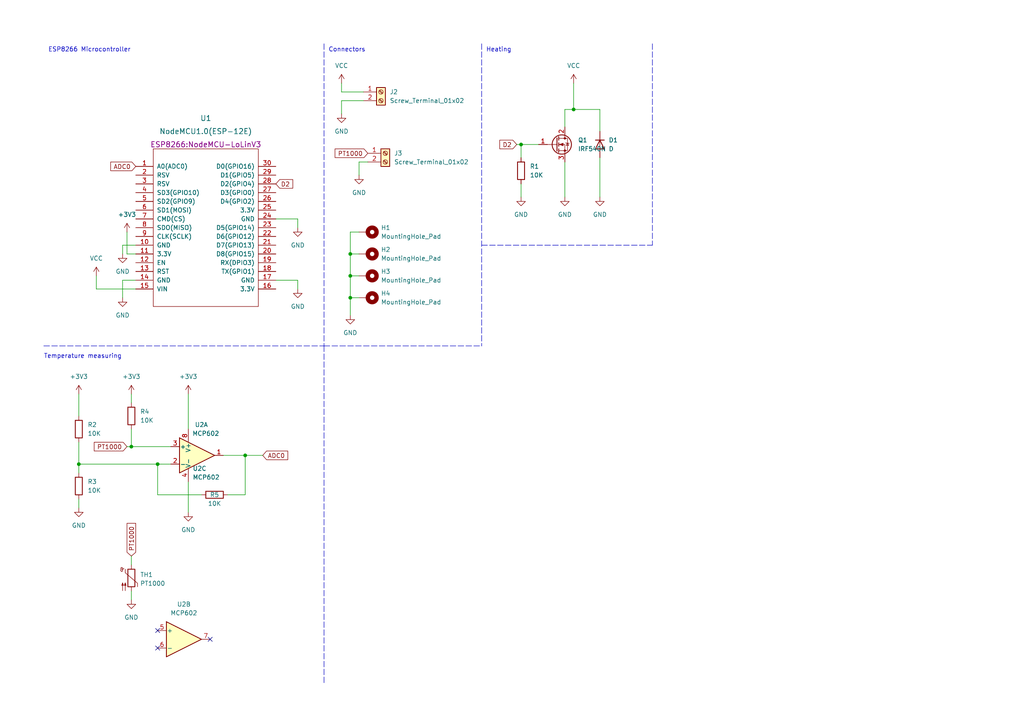
<source format=kicad_sch>
(kicad_sch (version 20211123) (generator eeschema)
  (paper "A4")
  (lib_symbols
    (symbol "Amplifier_Operational:MCP602" (pin_names (offset 0.127))
      (property "Reference" "U" (at 0 5.08 0))
      (property "Value" "MCP602" (at 0 -5.08 0))
      (symbol "MCP602_1_1"
        (polyline (pts (xy -5.08 5.08) (xy 5.08 0) (xy -5.08 -5.08) (xy -5.08 5.08)) (stroke (width 0.254)) (fill (type background)))
        (pin output line (at 7.62 0 180) (length 2.54) (name "~") (number "1"))
        (pin input line (at -7.62 -2.54 0) (length 2.54) (name "-") (number "2"))
        (pin input line (at -7.62 2.54 0) (length 2.54) (name "+") (number "3"))
      )
      (symbol "MCP602_2_1"
        (polyline (pts (xy -5.08 5.08) (xy 5.08 0) (xy -5.08 -5.08) (xy -5.08 5.08)) (stroke (width 0.254)) (fill (type background)))
        (pin input line (at -7.62 2.54 0) (length 2.54) (name "+") (number "5"))
        (pin input line (at -7.62 -2.54 0) (length 2.54) (name "-") (number "6"))
        (pin output line (at 7.62 0 180) (length 2.54) (name "~") (number "7"))
      )
      (symbol "MCP602_3_1"
        (pin power_in line (at -2.54 -7.62 90) (length 3.81) (name "V-") (number "4"))
        (pin power_in line (at -2.54 7.62 270) (length 3.81) (name "V+") (number "8"))
      )
    )
    (symbol "Connector:Screw_Terminal_01x02" (pin_names (offset 1.016) hide)
      (property "Reference" "J" (at 0 2.54 0))
      (property "Value" "Screw_Terminal_01x02" (at 0 -5.08 0))
      (symbol "Screw_Terminal_01x02_1_1"
        (rectangle (start -1.27 1.27) (end 1.27 -3.81) (stroke (width 0.254)) (fill (type background)))
        (circle (center 0 -2.54) (radius 0.635) (stroke (width 0.1524)))
        (polyline (pts (xy -0.5334 -2.2098) (xy 0.3302 -3.048)) (stroke (width 0.1524)))
        (polyline (pts (xy -0.5334 0.3302) (xy 0.3302 -0.508)) (stroke (width 0.1524)))
        (polyline (pts (xy -0.3556 -2.032) (xy 0.508 -2.8702)) (stroke (width 0.1524)))
        (polyline (pts (xy -0.3556 0.508) (xy 0.508 -0.3302)) (stroke (width 0.1524)))
        (circle (center 0 0) (radius 0.635) (stroke (width 0.1524)))
        (pin passive line (at -5.08 0 0) (length 3.81) (name "Pin_1") (number "1"))
        (pin passive line (at -5.08 -2.54 0) (length 3.81) (name "Pin_2") (number "2"))
      )
    )
    (symbol "Device:D" (pin_numbers hide) (pin_names (offset 1.016) hide)
      (property "Reference" "D" (at 0 2.54 0))
      (property "Value" "D" (at 0 -2.54 0))
      (symbol "D_0_1"
        (polyline (pts (xy -1.27 1.27) (xy -1.27 -1.27)) (stroke (width 0.254)))
        (polyline (pts (xy 1.27 0) (xy -1.27 0)))
        (polyline (pts (xy 1.27 1.27) (xy 1.27 -1.27) (xy -1.27 0) (xy 1.27 1.27)) (stroke (width 0.254)))
      )
      (symbol "D_1_1"
        (pin passive line (at -3.81 0 0) (length 2.54) (name "K") (number "1"))
        (pin passive line (at 3.81 0 180) (length 2.54) (name "A") (number "2"))
      )
    )
    (symbol "Device:R" (pin_numbers hide) (pin_names (offset 0))
      (property "Reference" "R" (at 2.032 0 90))
      (property "Value" "R" (at 0 0 90))
      (symbol "R_0_1"
        (rectangle (start -1.016 -2.54) (end 1.016 2.54) (stroke (width 0.254)))
      )
      (symbol "R_1_1"
        (pin passive line (at 0 3.81 270) (length 1.27) (name "~") (number "1"))
        (pin passive line (at 0 -3.81 90) (length 1.27) (name "~") (number "2"))
      )
    )
    (symbol "ESP8266:NodeMCU1.0(ESP-12E)" (pin_names (offset 1.016))
      (property "Reference" "U" (at 0 21.59 0))
      (property "Value" "NodeMCU1.0(ESP-12E)" (at 0 -21.59 0))
      (symbol "NodeMCU1.0(ESP-12E)_0_1"
        (rectangle (start -15.24 -22.86) (end 15.24 22.86))
      )
      (symbol "NodeMCU1.0(ESP-12E)_1_1"
        (pin input line (at -20.32 17.78 0) (length 5.08) (name "A0(ADC0)") (number "1"))
        (pin input line (at -20.32 -5.08 0) (length 5.08) (name "GND") (number "10"))
        (pin input line (at -20.32 -7.62 0) (length 5.08) (name "3.3V") (number "11"))
        (pin input line (at -20.32 -10.16 0) (length 5.08) (name "EN") (number "12"))
        (pin input line (at -20.32 -12.7 0) (length 5.08) (name "RST") (number "13"))
        (pin input line (at -20.32 -15.24 0) (length 5.08) (name "GND") (number "14"))
        (pin input line (at -20.32 -17.78 0) (length 5.08) (name "VIN") (number "15"))
        (pin input line (at 20.32 -17.78 180) (length 5.08) (name "3.3V") (number "16"))
        (pin input line (at 20.32 -15.24 180) (length 5.08) (name "GND") (number "17"))
        (pin input line (at 20.32 -12.7 180) (length 5.08) (name "TX(GPIO1)") (number "18"))
        (pin input line (at 20.32 -10.16 180) (length 5.08) (name "RX(DPIO3)") (number "19"))
        (pin input line (at -20.32 15.24 0) (length 5.08) (name "RSV") (number "2"))
        (pin input line (at 20.32 -7.62 180) (length 5.08) (name "D8(GPIO15)") (number "20"))
        (pin input line (at 20.32 -5.08 180) (length 5.08) (name "D7(GPIO13)") (number "21"))
        (pin input line (at 20.32 -2.54 180) (length 5.08) (name "D6(GPIO12)") (number "22"))
        (pin input line (at 20.32 0 180) (length 5.08) (name "D5(GPIO14)") (number "23"))
        (pin input line (at 20.32 2.54 180) (length 5.08) (name "GND") (number "24"))
        (pin input line (at 20.32 5.08 180) (length 5.08) (name "3.3V") (number "25"))
        (pin input line (at 20.32 7.62 180) (length 5.08) (name "D4(GPIO2)") (number "26"))
        (pin input line (at 20.32 10.16 180) (length 5.08) (name "D3(GPIO0)") (number "27"))
        (pin input line (at 20.32 12.7 180) (length 5.08) (name "D2(GPIO4)") (number "28"))
        (pin input line (at 20.32 15.24 180) (length 5.08) (name "D1(GPIO5)") (number "29"))
        (pin input line (at -20.32 12.7 0) (length 5.08) (name "RSV") (number "3"))
        (pin input line (at 20.32 17.78 180) (length 5.08) (name "D0(GPIO16)") (number "30"))
        (pin input line (at -20.32 10.16 0) (length 5.08) (name "SD3(GPIO10)") (number "4"))
        (pin input line (at -20.32 7.62 0) (length 5.08) (name "SD2(GPIO9)") (number "5"))
        (pin input line (at -20.32 5.08 0) (length 5.08) (name "SD1(MOSI)") (number "6"))
        (pin input line (at -20.32 2.54 0) (length 5.08) (name "CMD(CS)") (number "7"))
        (pin input line (at -20.32 0 0) (length 5.08) (name "SDO(MISO)") (number "8"))
        (pin input line (at -20.32 -2.54 0) (length 5.08) (name "CLK(SCLK)") (number "9"))
      )
    )
    (symbol "Mechanical:MountingHole_Pad" (pin_numbers hide) (pin_names (offset 1.016) hide)
      (property "Reference" "H" (at 0 6.35 0))
      (property "Value" "MountingHole_Pad" (at 0 4.445 0))
      (symbol "MountingHole_Pad_0_1"
        (circle (center 0 1.27) (radius 1.27) (stroke (width 1.27)))
      )
      (symbol "MountingHole_Pad_1_1"
        (pin input line (at 0 -2.54 90) (length 2.54) (name "1") (number "1"))
      )
    )
    (symbol "Sensor_Temperature:PT1000" (pin_numbers hide) (pin_names (offset 0))
      (property "Reference" "TH" (at -4.445 0 90))
      (property "Value" "PT1000" (at 3.175 0 90))
      (symbol "PT1000_0_1"
        (arc (start -3.048 2.159) (mid -3.0495 2.3143) (end -3.175 2.413))
        (arc (start -3.048 2.159) (mid -2.9736 1.9794) (end -2.794 1.905))
        (arc (start -3.048 2.794) (mid -2.9736 2.6144) (end -2.794 2.54))
        (arc (start -2.794 1.905) (mid -2.6144 1.9794) (end -2.54 2.159))
        (arc (start -2.794 2.54) (mid -2.4393 2.5587) (end -2.159 2.794))
        (arc (start -2.794 3.048) (mid -2.9736 2.9736) (end -3.048 2.794))
        (arc (start -2.54 2.794) (mid -2.6144 2.9736) (end -2.794 3.048))
        (rectangle (start -1.016 2.54) (end 1.016 -2.54) (stroke (width 0.254)))
        (polyline (pts (xy -2.54 2.159) (xy -2.54 2.794)))
        (polyline (pts (xy -1.778 2.54) (xy -1.778 1.524) (xy 1.778 -1.524) (xy 1.778 -2.54)))
        (polyline (pts (xy -2.54 -3.683) (xy -2.54 -1.397) (xy -2.794 -2.159) (xy -2.286 -2.159) (xy -2.54 -1.397) (xy -2.54 -1.651)) (fill (type outline)))
        (polyline (pts (xy -1.778 -3.683) (xy -1.778 -1.397) (xy -2.032 -2.159) (xy -1.524 -2.159) (xy -1.778 -1.397) (xy -1.778 -1.651)) (fill (type outline)))
      )
      (symbol "PT1000_1_1"
        (pin passive line (at 0 3.81 270) (length 1.27) (name "~") (number "1"))
        (pin passive line (at 0 -3.81 90) (length 1.27) (name "~") (number "2"))
      )
    )
    (symbol "Transistor_FET:IRF540N" (pin_names hide)
      (property "Reference" "Q" (at 6.35 1.905 0))
      (property "Value" "IRF540N" (at 6.35 0 0))
      (symbol "IRF540N_0_1"
        (polyline (pts (xy 0.254 0) (xy -2.54 0)))
        (polyline (pts (xy 0.254 1.905) (xy 0.254 -1.905)) (stroke (width 0.254)))
        (polyline (pts (xy 0.762 -1.27) (xy 0.762 -2.286)) (stroke (width 0.254)))
        (polyline (pts (xy 0.762 0.508) (xy 0.762 -0.508)) (stroke (width 0.254)))
        (polyline (pts (xy 0.762 2.286) (xy 0.762 1.27)) (stroke (width 0.254)))
        (polyline (pts (xy 2.54 2.54) (xy 2.54 1.778)))
        (polyline (pts (xy 2.54 -2.54) (xy 2.54 0) (xy 0.762 0)))
        (polyline (pts (xy 0.762 -1.778) (xy 3.302 -1.778) (xy 3.302 1.778) (xy 0.762 1.778)))
        (polyline (pts (xy 1.016 0) (xy 2.032 0.381) (xy 2.032 -0.381) (xy 1.016 0)) (fill (type outline)))
        (polyline (pts (xy 2.794 0.508) (xy 2.921 0.381) (xy 3.683 0.381) (xy 3.81 0.254)))
        (polyline (pts (xy 3.302 0.381) (xy 2.921 -0.254) (xy 3.683 -0.254) (xy 3.302 0.381)))
        (circle (center 1.651 0) (radius 2.794) (stroke (width 0.254)))
        (circle (center 2.54 -1.778) (radius 0.254) (fill (type outline)))
        (circle (center 2.54 1.778) (radius 0.254) (fill (type outline)))
      )
      (symbol "IRF540N_1_1"
        (pin input line (at -5.08 0 0) (length 2.54) (name "G") (number "1"))
        (pin passive line (at 2.54 5.08 270) (length 2.54) (name "D") (number "2"))
        (pin passive line (at 2.54 -5.08 90) (length 2.54) (name "S") (number "3"))
      )
    )
    (symbol "power:+3V3" (power) (pin_names (offset 0))
      (property "Value" "+3V3" (at 0 3.556 0))
      (symbol "+3V3_0_1"
        (polyline (pts (xy -0.762 1.27) (xy 0 2.54)))
        (polyline (pts (xy 0 0) (xy 0 2.54)))
        (polyline (pts (xy 0 2.54) (xy 0.762 1.27)))
      )
      (symbol "+3V3_1_1"
        (pin power_in line (at 0 0 90) (length 0) hide (name "+3V3") (number "1"))
      )
    )
    (symbol "power:GND" (power) (pin_names (offset 0))
      (property "Value" "GND" (at 0 -3.81 0))
      (symbol "GND_0_1"
        (polyline (pts (xy 0 0) (xy 0 -1.27) (xy 1.27 -1.27) (xy 0 -2.54) (xy -1.27 -1.27) (xy 0 -1.27)))
      )
      (symbol "GND_1_1"
        (pin power_in line (at 0 0 270) (length 0) hide (name "GND") (number "1"))
      )
    )
    (symbol "power:VCC" (power) (pin_names (offset 0))
      (property "Value" "VCC" (at 0 3.81 0))
      (symbol "VCC_0_1"
        (polyline (pts (xy -0.762 1.27) (xy 0 2.54)))
        (polyline (pts (xy 0 0) (xy 0 2.54)))
        (polyline (pts (xy 0 2.54) (xy 0.762 1.27)))
      )
      (symbol "VCC_1_1"
        (pin power_in line (at 0 0 90) (length 0) hide (name "VCC") (number "1"))
      )
    )
  )
  (junction (at 38.1 129.54))
  (junction (at 22.86 134.62))
  (junction (at 101.6 80.01))
  (junction (at 166.37 31.75))
  (junction (at 45.72 134.62))
  (junction (at 151.13 41.91))
  (junction (at 101.6 86.36))
  (junction (at 101.6 73.66))
  (junction (at 71.12 132.08))
  (no_connect (at 45.72 182.88))
  (no_connect (at 45.72 187.96))
  (no_connect (at 60.96 185.42))
  (wire (pts (xy 151.13 53.34) (xy 151.13 57.15)))
  (wire (pts (xy 149.86 41.91) (xy 151.13 41.91)))
  (wire (pts (xy 38.1 124.46) (xy 38.1 129.54)))
  (wire (pts (xy 166.37 31.75) (xy 173.99 31.75)))
  (wire (pts (xy 22.86 134.62) (xy 45.72 134.62)))
  (wire (pts (xy 101.6 86.36) (xy 101.6 80.01)))
  (wire (pts (xy 99.06 29.21) (xy 99.06 33.02)))
  (wire (pts (xy 27.94 80.01) (xy 27.94 83.82)))
  (wire (pts (xy 101.6 86.36) (xy 104.14 86.36)))
  (wire (pts (xy 45.72 134.62) (xy 49.53 134.62)))
  (wire (pts (xy 101.6 73.66) (xy 104.14 73.66)))
  (wire (pts (xy 104.14 46.99) (xy 106.68 46.99)))
  (wire (pts (xy 38.1 161.29) (xy 38.1 163.83)))
  (wire (pts (xy 151.13 41.91) (xy 156.21 41.91)))
  (wire (pts (xy 101.6 67.31) (xy 104.14 67.31)))
  (wire (pts (xy 38.1 171.45) (xy 38.1 173.99)))
  (wire (pts (xy 166.37 24.13) (xy 166.37 31.75)))
  (polyline (pts (xy 12.7 100.33) (xy 93.98 100.33)))
  (wire (pts (xy 163.83 31.75) (xy 166.37 31.75)))
  (wire (pts (xy 86.36 66.04) (xy 86.36 63.5)))
  (wire (pts (xy 35.56 71.12) (xy 39.37 71.12)))
  (wire (pts (xy 151.13 41.91) (xy 151.13 45.72)))
  (wire (pts (xy 101.6 80.01) (xy 101.6 73.66)))
  (wire (pts (xy 22.86 134.62) (xy 22.86 137.16)))
  (polyline (pts (xy 139.7 12.7) (xy 139.7 100.33)))
  (polyline (pts (xy 93.98 100.33) (xy 93.98 198.12)))
  (wire (pts (xy 71.12 132.08) (xy 71.12 143.51)))
  (wire (pts (xy 35.56 86.36) (xy 35.56 81.28)))
  (wire (pts (xy 173.99 45.72) (xy 173.99 57.15)))
  (wire (pts (xy 71.12 132.08) (xy 76.2 132.08)))
  (wire (pts (xy 38.1 114.3) (xy 38.1 116.84)))
  (wire (pts (xy 99.06 24.13) (xy 99.06 26.67)))
  (wire (pts (xy 104.14 50.8) (xy 104.14 46.99)))
  (polyline (pts (xy 93.98 100.33) (xy 139.7 100.33)))
  (wire (pts (xy 105.41 29.21) (xy 99.06 29.21)))
  (polyline (pts (xy 189.23 12.7) (xy 189.23 71.12)))
  (wire (pts (xy 99.06 26.67) (xy 105.41 26.67)))
  (wire (pts (xy 36.83 129.54) (xy 38.1 129.54)))
  (wire (pts (xy 101.6 73.66) (xy 101.6 67.31)))
  (wire (pts (xy 36.83 73.66) (xy 39.37 73.66)))
  (wire (pts (xy 58.42 143.51) (xy 45.72 143.51)))
  (wire (pts (xy 173.99 31.75) (xy 173.99 38.1)))
  (wire (pts (xy 45.72 143.51) (xy 45.72 134.62)))
  (wire (pts (xy 35.56 73.66) (xy 35.56 71.12)))
  (wire (pts (xy 38.1 129.54) (xy 49.53 129.54)))
  (polyline (pts (xy 93.98 12.7) (xy 93.98 100.33)))
  (wire (pts (xy 22.86 144.78) (xy 22.86 147.32)))
  (wire (pts (xy 36.83 67.31) (xy 36.83 73.66)))
  (wire (pts (xy 22.86 114.3) (xy 22.86 120.65)))
  (wire (pts (xy 163.83 36.83) (xy 163.83 31.75)))
  (wire (pts (xy 54.61 114.3) (xy 54.61 124.46)))
  (wire (pts (xy 86.36 63.5) (xy 80.01 63.5)))
  (wire (pts (xy 27.94 83.82) (xy 39.37 83.82)))
  (wire (pts (xy 54.61 139.7) (xy 54.61 148.59)))
  (wire (pts (xy 64.77 132.08) (xy 71.12 132.08)))
  (wire (pts (xy 22.86 128.27) (xy 22.86 134.62)))
  (wire (pts (xy 35.56 81.28) (xy 39.37 81.28)))
  (wire (pts (xy 101.6 80.01) (xy 104.14 80.01)))
  (polyline (pts (xy 139.7 71.12) (xy 189.23 71.12)))
  (wire (pts (xy 163.83 46.99) (xy 163.83 57.15)))
  (wire (pts (xy 101.6 91.44) (xy 101.6 86.36)))
  (wire (pts (xy 71.12 143.51) (xy 66.04 143.51)))
  (wire (pts (xy 86.36 83.82) (xy 86.36 81.28)))
  (wire (pts (xy 86.36 81.28) (xy 80.01 81.28)))
  (text "Connectors" (at 95.25 15.24 0) (effects (font (size 1.27 1.27)) (justify left bottom)))
  (text "Heating" (at 140.97 15.24 0) (effects (font (size 1.27 1.27)) (justify left bottom)))
  (text "Temperature measuring" (at 12.7 104.14 0) (effects (font (size 1.27 1.27)) (justify left bottom)))
  (text "ESP8266 Microcontroller" (at 13.97 15.24 0) (effects (font (size 1.27 1.27)) (justify left bottom)))
  (global_label "ADC0" (shape input) (at 76.2 132.08 0) (property "Intersheet References" "${INTERSHEET_REFS}" (effects hide)))
  (global_label "D2" (shape input) (at 149.86 41.91 180) (property "Intersheet References" "${INTERSHEET_REFS}" (effects hide)))
  (global_label "ADC0" (shape input) (at 39.37 48.26 180) (property "Intersheet References" "${INTERSHEET_REFS}" (effects hide)))
  (global_label "PT1000" (shape input) (at 106.68 44.45 180) (property "Intersheet References" "${INTERSHEET_REFS}" (effects hide)))
  (global_label "PT1000" (shape input) (at 36.83 129.54 180) (property "Intersheet References" "${INTERSHEET_REFS}" (effects hide)))
  (global_label "D2" (shape input) (at 80.01 53.34 0) (property "Intersheet References" "${INTERSHEET_REFS}" (effects hide)))
  (global_label "PT1000" (shape input) (at 38.1 161.29 90) (property "Intersheet References" "${INTERSHEET_REFS}" (effects hide)))
  (symbol (lib_id "power:VCC") (at 99.06 24.13 0) (unit 1)
    (property "Reference" "#PWR0105" (effects hide))
    (property "Value" "VCC" (at 99.06 19.05 0))
  )
  (symbol (lib_id "Device:R") (at 22.86 140.97 0) (unit 1)
    (property "Reference" "R3" (at 25.4 139.6999 0) (effects (justify left)))
    (property "Value" "10K" (at 25.4 142.2399 0) (effects (justify left)))
    (property "Footprint" "Resistor_THT:R_Axial_DIN0207_L6.3mm_D2.5mm_P7.62mm_Horizontal" (effects hide))
  )
  (symbol (lib_id "Connector:Screw_Terminal_01x02") (at 111.76 44.45 0) (unit 1)
    (property "Reference" "J3" (at 114.3 44.4499 0) (effects (justify left)))
    (property "Value" "Screw_Terminal_01x02" (at 114.3 46.9899 0) (effects (justify left)))
    (property "Footprint" "TerminalBlock_Phoenix:TerminalBlock_Phoenix_MKDS-1,5-2-5.08_1x02_P5.08mm_Horizontal" (effects hide))
  )
  (symbol (lib_id "Device:R") (at 22.86 124.46 0) (unit 1)
    (property "Reference" "R2" (at 25.4 123.1899 0) (effects (justify left)))
    (property "Value" "10K" (at 25.4 125.7299 0) (effects (justify left)))
    (property "Footprint" "Resistor_THT:R_Axial_DIN0207_L6.3mm_D2.5mm_P7.62mm_Horizontal" (effects hide))
  )
  (symbol (lib_id "power:+3V3") (at 38.1 114.3 0) (unit 1)
    (property "Reference" "#PWR0114" (effects hide))
    (property "Value" "+3V3" (at 38.1 109.22 0))
  )
  (symbol (lib_id "power:GND") (at 35.56 86.36 0) (unit 1)
    (property "Reference" "#PWR0106" (effects hide))
    (property "Value" "GND" (at 35.56 91.44 0))
  )
  (symbol (lib_id "power:+3V3") (at 36.83 67.31 0) (unit 1)
    (property "Reference" "#PWR0111" (effects hide))
    (property "Value" "+3V3" (at 36.83 62.23 0))
  )
  (symbol (lib_id "power:GND") (at 54.61 148.59 0) (unit 1)
    (property "Reference" "#PWR0116" (effects hide))
    (property "Value" "GND" (at 54.61 153.67 0))
  )
  (symbol (lib_id "Sensor_Temperature:PT1000") (at 38.1 167.64 0) (unit 1)
    (property "Reference" "TH1" (at 40.64 166.6874 0) (effects (justify left)))
    (property "Value" "PT1000" (at 40.64 169.2274 0) (effects (justify left)))
    (property "Footprint" "Package_TO_SOT_THT:TO-92-2_Horizontal1" (effects hide))
    (property "Datasheet" "https://www.heraeus.com/media/media/group/doc_group/products_1/hst/sot_to/de_15/to_92_d.pdf" (effects hide))
  )
  (symbol (lib_id "Mechanical:MountingHole_Pad") (at 106.68 80.01 270) (unit 1)
    (property "Reference" "H3" (at 110.49 78.7399 90) (effects (justify left)))
    (property "Value" "MountingHole_Pad" (at 110.49 81.2799 90) (effects (justify left)))
    (property "Footprint" "MountingHole:MountingHole_3.2mm_M3_Pad_Via" (effects hide))
  )
  (symbol (lib_id "Mechanical:MountingHole_Pad") (at 106.68 67.31 270) (unit 1)
    (property "Reference" "H1" (at 110.49 66.0399 90) (effects (justify left)))
    (property "Value" "MountingHole_Pad" (at 110.49 68.5799 90) (effects (justify left)))
    (property "Footprint" "MountingHole:MountingHole_3.2mm_M3_Pad_Via" (effects hide))
  )
  (symbol (lib_id "power:GND") (at 22.86 147.32 0) (unit 1)
    (property "Reference" "#PWR0112" (effects hide))
    (property "Value" "GND" (at 22.86 152.4 0))
  )
  (symbol (lib_id "Device:R") (at 62.23 143.51 90) (unit 1)
    (property "Reference" "R5" (at 62.23 143.51 90))
    (property "Value" "10K" (at 62.23 146.05 90))
    (property "Footprint" "Resistor_THT:R_Axial_DIN0207_L6.3mm_D2.5mm_P7.62mm_Horizontal" (effects hide))
  )
  (symbol (lib_id "Device:R") (at 38.1 120.65 0) (unit 1)
    (property "Reference" "R4" (at 40.64 119.3799 0) (effects (justify left)))
    (property "Value" "10K" (at 40.64 121.9199 0) (effects (justify left)))
    (property "Footprint" "Resistor_THT:R_Axial_DIN0207_L6.3mm_D2.5mm_P7.62mm_Horizontal" (effects hide))
  )
  (symbol (lib_id "Connector:Screw_Terminal_01x02") (at 110.49 26.67 0) (unit 1)
    (property "Reference" "J2" (at 113.03 26.6699 0) (effects (justify left)))
    (property "Value" "Screw_Terminal_01x02" (at 113.03 29.2099 0) (effects (justify left)))
    (property "Footprint" "TerminalBlock_Phoenix:TerminalBlock_Phoenix_MKDS-1,5-2-5.08_1x02_P5.08mm_Horizontal" (effects hide))
  )
  (symbol (lib_id "power:GND") (at 35.56 73.66 0) (unit 1)
    (property "Reference" "#PWR0107" (effects hide))
    (property "Value" "GND" (at 35.56 78.74 0))
  )
  (symbol (lib_id "power:VCC") (at 166.37 24.13 0) (unit 1)
    (property "Reference" "#PWR0104" (effects hide))
    (property "Value" "VCC" (at 166.37 19.05 0))
  )
  (symbol (lib_id "power:GND") (at 86.36 83.82 0) (unit 1)
    (property "Reference" "#PWR0108" (effects hide))
    (property "Value" "GND" (at 86.36 88.9 0))
  )
  (symbol (lib_id "ESP8266:NodeMCU1.0(ESP-12E)") (at 59.69 66.04 0) (unit 1)
    (property "Reference" "U1" (at 59.69 34.29 0) (effects (font (size 1.524 1.524))))
    (property "Value" "NodeMCU1.0(ESP-12E)" (at 59.69 38.1 0) (effects (font (size 1.524 1.524))))
    (property "Footprint" "ESP8266:NodeMCU-LoLinV3" (at 59.69 41.91 0) (effects (font (size 1.524 1.524))))
  )
  (symbol (lib_id "power:+3V3") (at 54.61 114.3 0) (unit 1)
    (property "Reference" "#PWR0115" (effects hide))
    (property "Value" "+3V3" (at 54.61 109.22 0))
  )
  (symbol (lib_id "power:GND") (at 173.99 57.15 0) (unit 1)
    (property "Reference" "#PWR0103" (effects hide))
    (property "Value" "GND" (at 173.99 62.23 0))
  )
  (symbol (lib_id "Mechanical:MountingHole_Pad") (at 106.68 86.36 270) (unit 1)
    (property "Reference" "H4" (at 110.49 85.0899 90) (effects (justify left)))
    (property "Value" "MountingHole_Pad" (at 110.49 87.6299 90) (effects (justify left)))
    (property "Footprint" "MountingHole:MountingHole_3.2mm_M3_Pad_Via" (effects hide))
  )
  (symbol (lib_id "power:GND") (at 101.6 91.44 0) (unit 1)
    (property "Reference" "#PWR0119" (effects hide))
    (property "Value" "GND" (at 101.6 96.52 0))
  )
  (symbol (lib_id "power:VCC") (at 27.94 80.01 0) (unit 1)
    (property "Reference" "#PWR0118" (effects hide))
    (property "Value" "VCC" (at 27.94 74.93 0))
  )
  (symbol (lib_id "Device:D") (at 173.99 41.91 270) (unit 1)
    (property "Reference" "D1" (at 176.53 40.6399 90) (effects (justify left)))
    (property "Value" "D" (at 176.53 43.1799 90) (effects (justify left)))
    (property "Footprint" "Diode_THT:D_DO-35_SOD27_P7.62mm_Horizontal" (effects hide))
  )
  (symbol (lib_id "power:+3V3") (at 22.86 114.3 0) (unit 1)
    (property "Reference" "#PWR0110" (effects hide))
    (property "Value" "+3V3" (at 22.86 109.22 0))
  )
  (symbol (lib_id "power:GND") (at 38.1 173.99 0) (unit 1)
    (property "Reference" "#PWR0113" (effects hide))
    (property "Value" "GND" (at 38.1 179.07 0))
  )
  (symbol (lib_id "Transistor_FET:IRF540N") (at 161.29 41.91 0) (unit 1)
    (property "Reference" "Q1" (at 167.64 40.6399 0) (effects (justify left)))
    (property "Value" "IRF540N" (at 167.64 43.1799 0) (effects (justify left)))
    (property "Footprint" "Package_TO_SOT_THT:TO-220-3_Vertical" (effects hide))
    (property "Datasheet" "http://www.irf.com/product-info/datasheets/data/irf540n.pdf" (effects hide))
  )
  (symbol (lib_id "Device:R") (at 151.13 49.53 0) (unit 1)
    (property "Reference" "R1" (at 153.67 48.2599 0) (effects (justify left)))
    (property "Value" "10K" (at 153.67 50.7999 0) (effects (justify left)))
    (property "Footprint" "Resistor_THT:R_Axial_DIN0207_L6.3mm_D2.5mm_P7.62mm_Horizontal" (effects hide))
  )
  (symbol (lib_id "Amplifier_Operational:MCP602") (at 57.15 132.08 0) (unit 1)
    (property "Reference" "U2" (at 58.42 123.19 0))
    (property "Value" "MCP602" (at 59.69 125.73 0))
    (property "Footprint" "Package_DIP:DIP-8_W7.62mm_LongPads" (effects hide))
    (property "Datasheet" "http://ww1.microchip.com/downloads/en/DeviceDoc/21314g.pdf" (effects hide))
  )
  (symbol (lib_id "Amplifier_Operational:MCP602") (at 57.15 132.08 0) (unit 3)
    (property "Reference" "U2" (at 55.88 135.89 0) (effects (justify left)))
    (property "Value" "MCP602" (at 55.88 138.43 0) (effects (justify left)))
    (property "Footprint" "Package_DIP:DIP-8_W7.62mm_LongPads" (effects hide))
    (property "Datasheet" "http://ww1.microchip.com/downloads/en/DeviceDoc/21314g.pdf" (effects hide))
  )
  (symbol (lib_id "power:GND") (at 86.36 66.04 0) (unit 1)
    (property "Reference" "#PWR0109" (effects hide))
    (property "Value" "GND" (at 86.36 71.12 0))
  )
  (symbol (lib_id "Mechanical:MountingHole_Pad") (at 106.68 73.66 270) (unit 1)
    (property "Reference" "H2" (at 110.49 72.3899 90) (effects (justify left)))
    (property "Value" "MountingHole_Pad" (at 110.49 74.9299 90) (effects (justify left)))
    (property "Footprint" "MountingHole:MountingHole_3.2mm_M3_Pad_Via" (effects hide))
  )
  (symbol (lib_id "power:GND") (at 99.06 33.02 0) (unit 1)
    (property "Reference" "#PWR0117" (effects hide))
    (property "Value" "GND" (at 99.06 38.1 0))
  )
  (symbol (lib_id "Amplifier_Operational:MCP602") (at 53.34 185.42 0) (unit 2)
    (property "Reference" "U2" (at 53.34 175.26 0))
    (property "Value" "MCP602" (at 53.34 177.8 0))
    (property "Footprint" "Package_DIP:DIP-8_W7.62mm_LongPads" (effects hide))
    (property "Datasheet" "http://ww1.microchip.com/downloads/en/DeviceDoc/21314g.pdf" (effects hide))
  )
  (symbol (lib_id "power:GND") (at 151.13 57.15 0) (unit 1)
    (property "Reference" "#PWR0101" (effects hide))
    (property "Value" "GND" (at 151.13 62.23 0))
  )
  (symbol (lib_id "power:GND") (at 104.14 50.8 0) (unit 1)
    (property "Reference" "#PWR0120" (effects hide))
    (property "Value" "GND" (at 104.14 55.88 0))
  )
  (symbol (lib_id "power:GND") (at 163.83 57.15 0) (unit 1)
    (property "Reference" "#PWR0102" (effects hide))
    (property "Value" "GND" (at 163.83 62.23 0))
  )
)
</source>
